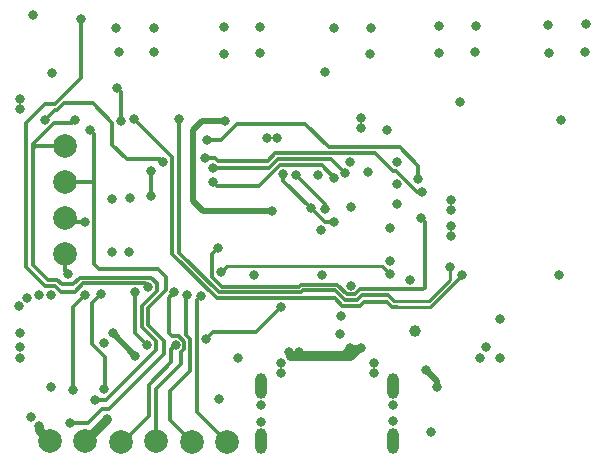
<source format=gbr>
%TF.GenerationSoftware,KiCad,Pcbnew,6.0.10-2.fc37*%
%TF.CreationDate,2023-04-26T13:00:43+02:00*%
%TF.ProjectId,motherboard,6d6f7468-6572-4626-9f61-72642e6b6963,rev?*%
%TF.SameCoordinates,Original*%
%TF.FileFunction,Copper,L4,Bot*%
%TF.FilePolarity,Positive*%
%FSLAX46Y46*%
G04 Gerber Fmt 4.6, Leading zero omitted, Abs format (unit mm)*
G04 Created by KiCad (PCBNEW 6.0.10-2.fc37) date 2023-04-26 13:00:43*
%MOMM*%
%LPD*%
G01*
G04 APERTURE LIST*
G04 Aperture macros list*
%AMRoundRect*
0 Rectangle with rounded corners*
0 $1 Rounding radius*
0 $2 $3 $4 $5 $6 $7 $8 $9 X,Y pos of 4 corners*
0 Add a 4 corners polygon primitive as box body*
4,1,4,$2,$3,$4,$5,$6,$7,$8,$9,$2,$3,0*
0 Add four circle primitives for the rounded corners*
1,1,$1+$1,$2,$3*
1,1,$1+$1,$4,$5*
1,1,$1+$1,$6,$7*
1,1,$1+$1,$8,$9*
0 Add four rect primitives between the rounded corners*
20,1,$1+$1,$2,$3,$4,$5,0*
20,1,$1+$1,$4,$5,$6,$7,0*
20,1,$1+$1,$6,$7,$8,$9,0*
20,1,$1+$1,$8,$9,$2,$3,0*%
G04 Aperture macros list end*
%TA.AperFunction,ComponentPad*%
%ADD10RoundRect,0.500000X0.000000X-0.600000X0.000000X-0.600000X0.000000X0.600000X0.000000X0.600000X0*%
%TD*%
%TA.AperFunction,SMDPad,CuDef*%
%ADD11C,2.000000*%
%TD*%
%TA.AperFunction,ViaPad*%
%ADD12C,0.800000*%
%TD*%
%TA.AperFunction,ViaPad*%
%ADD13C,1.000000*%
%TD*%
%TA.AperFunction,Conductor*%
%ADD14C,0.300000*%
%TD*%
%TA.AperFunction,Conductor*%
%ADD15C,0.750000*%
%TD*%
%TA.AperFunction,Conductor*%
%ADD16C,0.500000*%
%TD*%
%TA.AperFunction,Conductor*%
%ADD17C,0.250000*%
%TD*%
G04 APERTURE END LIST*
D10*
%TO.P,J1,S1,SHIELD*%
%TO.N,GND*%
X142740000Y-111360000D03*
X153900000Y-116040000D03*
X142740000Y-116030000D03*
X153900000Y-111360000D03*
%TD*%
D11*
%TO.P,TP1,1,1*%
%TO.N,+3V3*%
X127820000Y-116070000D03*
%TD*%
%TO.P,TP8,1,1*%
%TO.N,PROG_TX*%
X126150000Y-94110000D03*
%TD*%
%TO.P,TP10,1,1*%
%TO.N,RTS*%
X126130000Y-100240000D03*
%TD*%
%TO.P,TP9,1,1*%
%TO.N,DTR*%
X126130000Y-97140000D03*
%TD*%
%TO.P,TP5,1,1*%
%TO.N,IO32*%
X130840000Y-116090000D03*
%TD*%
%TO.P,TP3,1,1*%
%TO.N,IO26*%
X136850000Y-116110000D03*
%TD*%
%TO.P,TP7,1,1*%
%TO.N,PROG_RX*%
X126160000Y-91050000D03*
%TD*%
%TO.P,TP4,1,1*%
%TO.N,IO27*%
X139860000Y-116120000D03*
%TD*%
%TO.P,TP2,1,1*%
%TO.N,IO25*%
X133850000Y-116070000D03*
%TD*%
%TO.P,TP6,1,1*%
%TO.N,GND*%
X124820000Y-116070000D03*
%TD*%
D12*
%TO.N,GND*%
X144100000Y-90420000D03*
%TO.N,+3V3*%
X150223007Y-92420159D03*
X150350000Y-96200000D03*
%TO.N,GND*%
X131530000Y-100040000D03*
X144370000Y-109470000D03*
X130460000Y-81080000D03*
X142740000Y-114410000D03*
X161240000Y-109010000D03*
X153640000Y-98010000D03*
X157790000Y-80950000D03*
X133650000Y-81050000D03*
X152270000Y-109480000D03*
X122300000Y-87100000D03*
X142630000Y-81020000D03*
X148100000Y-84790000D03*
X168100000Y-88830000D03*
X144370000Y-110280000D03*
X139620000Y-83260000D03*
X122340000Y-109010000D03*
X158780000Y-98680000D03*
X122300000Y-87920000D03*
X157830000Y-83190000D03*
X152250000Y-110300000D03*
X153910000Y-113040000D03*
X154240000Y-92420000D03*
X170210000Y-80770000D03*
X122240000Y-104610000D03*
X131590000Y-95510000D03*
X161800000Y-108110000D03*
X158780000Y-97870000D03*
X167980000Y-102000000D03*
X162940000Y-109010000D03*
X123900000Y-114740000D03*
X167130000Y-83210000D03*
X159600000Y-87334500D03*
X130140000Y-100010000D03*
X160920000Y-80910000D03*
X123285000Y-114040000D03*
X155344951Y-102439549D03*
X151220000Y-88730000D03*
X148900000Y-81060000D03*
X150340000Y-102890500D03*
X157090000Y-115320000D03*
X149496401Y-105486476D03*
X153900000Y-114380000D03*
X151210000Y-89540000D03*
X147565087Y-93485500D03*
X154200000Y-95950000D03*
X143264500Y-90420000D03*
X123440000Y-80010000D03*
X130660000Y-83120000D03*
X142140000Y-102010000D03*
X147789500Y-98171422D03*
X122340000Y-108110000D03*
X140740000Y-109010000D03*
X122940000Y-103910000D03*
X139550000Y-81030000D03*
X142740000Y-113010000D03*
X152030000Y-81090000D03*
D13*
X155749528Y-106709500D03*
D12*
X167020000Y-80810000D03*
X139150000Y-112500000D03*
X154195023Y-94254977D03*
X130130000Y-95550000D03*
%TO.N,VBUS*%
X157641938Y-111501938D03*
X150258205Y-108158945D03*
X151200000Y-108200000D03*
X156695562Y-110045562D03*
X145910000Y-108520000D03*
X145070000Y-108510000D03*
%TO.N,CS*%
X138120000Y-90530000D03*
X156050000Y-93840000D03*
%TO.N,MOSI*%
X124420000Y-88840000D03*
X134410500Y-92460000D03*
X156390000Y-94940000D03*
X137976512Y-92109750D03*
%TO.N,+3V3*%
X160840000Y-83110000D03*
X149410000Y-107010000D03*
X129698019Y-114225404D03*
X124950000Y-103670000D03*
X151940000Y-83310000D03*
X142640000Y-83190000D03*
X153617938Y-100833340D03*
X123940000Y-103670000D03*
X151770000Y-93300000D03*
X158780000Y-96470000D03*
X158790000Y-95670000D03*
X162920000Y-105750000D03*
X129391496Y-107734500D03*
X147870000Y-101980000D03*
X122350000Y-106920000D03*
X170140000Y-83110000D03*
X124940000Y-111510000D03*
X125040000Y-84910000D03*
X133630000Y-83140000D03*
X153370000Y-89690000D03*
%TO.N,SCLK*%
X156230000Y-97140000D03*
X139059670Y-99729670D03*
%TO.N,MISO*%
X159740000Y-102010000D03*
X131960000Y-88800000D03*
%TO.N,SD_DETECT*%
X158740000Y-101310000D03*
X135810000Y-88780000D03*
%TO.N,DTR*%
X127850500Y-97500000D03*
X129160000Y-103630000D03*
X138060000Y-107370000D03*
X144380000Y-104729500D03*
X129427045Y-111619826D03*
%TO.N,GPIO0*%
X143690000Y-96610000D03*
X139645000Y-88915000D03*
%TO.N,RTS*%
X127800000Y-103670000D03*
X126354750Y-101890500D03*
X126800000Y-111700000D03*
%TO.N,EN*%
X132080000Y-108840000D03*
X130170000Y-106880000D03*
%TO.N,IO35*%
X139340000Y-101710000D03*
X153630000Y-101870000D03*
%TO.N,IO33*%
X133151470Y-102978530D03*
X127440000Y-80310000D03*
%TO.N,IO25*%
X135375273Y-103432451D03*
%TO.N,IO26*%
X136440000Y-103710000D03*
%TO.N,IO13*%
X130879303Y-88986783D03*
X133440000Y-95310000D03*
X130540000Y-86192998D03*
X133440000Y-93180500D03*
%TO.N,I2C1_SDA*%
X138620000Y-92940000D03*
X149823639Y-93336407D03*
%TO.N,PROG_TX*%
X126530477Y-114530477D03*
X128240000Y-89710000D03*
%TO.N,PROG_RX*%
X126940000Y-88880000D03*
X128680477Y-112600000D03*
%TO.N,I2C1_SCL*%
X138650500Y-94150000D03*
X148915000Y-93752796D03*
%TO.N,Onboard_SDA*%
X144613323Y-93440327D03*
X146931102Y-96318898D03*
X148860000Y-97490500D03*
%TO.N,Onboard_SCL*%
X148130000Y-96420000D03*
X145650000Y-93485500D03*
%TO.N,IO27*%
X137670380Y-103747440D03*
%TO.N,IO32*%
X132050000Y-103460000D03*
X133040000Y-107880000D03*
X135480000Y-107940000D03*
%TD*%
D14*
%TO.N,PROG_TX*%
X126150000Y-94110000D02*
X128550000Y-94110000D01*
X128550000Y-94110000D02*
X128570000Y-94130000D01*
%TO.N,PROG_RX*%
X123400000Y-91300000D02*
X123400000Y-101120000D01*
X123650000Y-91050000D02*
X126160000Y-91050000D01*
X123400000Y-90920661D02*
X123400000Y-91300000D01*
X123400000Y-91300000D02*
X123650000Y-91050000D01*
X127360500Y-102209500D02*
X133443101Y-102209500D01*
X133901470Y-103318530D02*
X132620000Y-104600000D01*
X133830000Y-107609339D02*
X133830000Y-108325656D01*
X125837767Y-102790000D02*
X126780000Y-102790000D01*
X125220661Y-89100000D02*
X123400000Y-90920661D01*
X133901470Y-102667869D02*
X133901470Y-103318530D01*
X125467767Y-102420000D02*
X125837767Y-102790000D01*
X124700000Y-102420000D02*
X125467767Y-102420000D01*
X133443101Y-102209500D02*
X133901470Y-102667869D01*
X123400000Y-101120000D02*
X124700000Y-102420000D01*
X126940000Y-88880000D02*
X126720000Y-89100000D01*
X126720000Y-89100000D02*
X125220661Y-89100000D01*
X126780000Y-102790000D02*
X127360500Y-102209500D01*
X132620000Y-104600000D02*
X132620000Y-106399339D01*
X132620000Y-106399339D02*
X133830000Y-107609339D01*
X133830000Y-108325656D02*
X129555656Y-112600000D01*
X129555656Y-112600000D02*
X128680477Y-112600000D01*
%TO.N,IO33*%
X133151470Y-102978530D02*
X132882440Y-102709500D01*
X124420000Y-102920000D02*
X122800000Y-101300000D01*
X132882440Y-102709500D02*
X127680500Y-102709500D01*
X127680500Y-102709500D02*
X126980000Y-103410000D01*
X126980000Y-103410000D02*
X125750661Y-103410000D01*
X125750661Y-103410000D02*
X125260661Y-102920000D01*
X125260661Y-102920000D02*
X124420000Y-102920000D01*
X122800000Y-101300000D02*
X122800000Y-89150000D01*
X125240000Y-87510000D02*
X127440000Y-85310000D01*
X122800000Y-89150000D02*
X124440000Y-87510000D01*
X124440000Y-87510000D02*
X125240000Y-87510000D01*
X127440000Y-85310000D02*
X127440000Y-80310000D01*
%TO.N,RTS*%
X127800000Y-103670000D02*
X126800000Y-104670000D01*
X126800000Y-104670000D02*
X126800000Y-111700000D01*
%TO.N,DTR*%
X129160000Y-103630000D02*
X128400000Y-104390000D01*
X128400000Y-104390000D02*
X128400000Y-107803665D01*
X128400000Y-107803665D02*
X129500000Y-108903665D01*
X129500000Y-108903665D02*
X129500000Y-111546871D01*
X129500000Y-111546871D02*
X129427045Y-111619826D01*
%TO.N,MOSI*%
X124420000Y-88840000D02*
X125250000Y-88010000D01*
X125250000Y-88010000D02*
X125447106Y-88010000D01*
X125447106Y-88010000D02*
X125997106Y-87460000D01*
X125997106Y-87460000D02*
X128490000Y-87460000D01*
X131340000Y-92210000D02*
X134160500Y-92210000D01*
X134160500Y-92210000D02*
X134410500Y-92460000D01*
X128490000Y-87460000D02*
X130140000Y-89110000D01*
X130140000Y-89110000D02*
X130140000Y-91010000D01*
X130140000Y-91010000D02*
X131340000Y-92210000D01*
%TO.N,CS*%
X156050000Y-93840000D02*
X156050000Y-92730000D01*
X156050000Y-92730000D02*
X154470000Y-91150000D01*
X154470000Y-91150000D02*
X148440000Y-91150000D01*
X148440000Y-91150000D02*
X146460000Y-89170000D01*
X140670000Y-89170000D02*
X139310000Y-90530000D01*
X139310000Y-90530000D02*
X138120000Y-90530000D01*
X146460000Y-89170000D02*
X140670000Y-89170000D01*
D15*
%TO.N,GND*%
X123900000Y-114740000D02*
X123900000Y-115150000D01*
X123900000Y-115150000D02*
X124820000Y-116070000D01*
D16*
%TO.N,VBUS*%
X145162082Y-109060000D02*
X145070000Y-108967918D01*
X146687788Y-108672212D02*
X145232212Y-108672212D01*
X150172212Y-108672212D02*
X150360000Y-108860000D01*
X150360000Y-109040000D02*
X146430000Y-109040000D01*
X150360000Y-108860000D02*
X150360000Y-108260740D01*
X149847788Y-108672212D02*
X150172212Y-108672212D01*
X150360000Y-108260740D02*
X150258205Y-108158945D01*
X145232212Y-108672212D02*
X145070000Y-108510000D01*
X146062212Y-108672212D02*
X145910000Y-108520000D01*
X146410000Y-109060000D02*
X145162082Y-109060000D01*
X149847788Y-108672212D02*
X149847788Y-108569362D01*
X157641938Y-110991938D02*
X156695562Y-110045562D01*
X149847788Y-108569362D02*
X150258205Y-108158945D01*
X145070000Y-108967918D02*
X145070000Y-108510000D01*
X150258205Y-108158945D02*
X151158945Y-108158945D01*
X150360000Y-109040000D02*
X150360000Y-108860000D01*
X146687788Y-108672212D02*
X146062212Y-108672212D01*
X146430000Y-109040000D02*
X145910000Y-108520000D01*
X157641938Y-111501938D02*
X157641938Y-110991938D01*
X146687788Y-108672212D02*
X149847788Y-108672212D01*
X150360000Y-109040000D02*
X151200000Y-108200000D01*
X151158945Y-108158945D02*
X151200000Y-108200000D01*
X146430000Y-109040000D02*
X146410000Y-109060000D01*
D14*
%TO.N,MOSI*%
X154170000Y-93170000D02*
X155940000Y-94940000D01*
X153929339Y-93170000D02*
X154170000Y-93170000D01*
X152409339Y-91650000D02*
X153929339Y-93170000D01*
X138850411Y-92109750D02*
X139050661Y-92310000D01*
X137976512Y-92109750D02*
X138850411Y-92109750D01*
X143268777Y-92310000D02*
X143928777Y-91650000D01*
X139050661Y-92310000D02*
X143268777Y-92310000D01*
X155940000Y-94940000D02*
X156390000Y-94940000D01*
X143928777Y-91650000D02*
X152409339Y-91650000D01*
D15*
%TO.N,+3V3*%
X129698019Y-114225404D02*
X129664596Y-114225404D01*
X129664596Y-114225404D02*
X127820000Y-116070000D01*
D14*
%TO.N,SCLK*%
X138590000Y-102160000D02*
X139400000Y-102970000D01*
X145899339Y-102970000D02*
X146069339Y-102800000D01*
X156590000Y-103060000D02*
X156590000Y-97500000D01*
X154800000Y-103200000D02*
X154801161Y-103201161D01*
X138590000Y-100199339D02*
X138590000Y-102160000D01*
X151090000Y-103201161D02*
X153701161Y-103201161D01*
X139400000Y-102970000D02*
X145899339Y-102970000D01*
X154801161Y-103201161D02*
X156448839Y-103201161D01*
X156590000Y-97500000D02*
X156230000Y-97140000D01*
X149188839Y-102800000D02*
X150029339Y-103640500D01*
X153702322Y-103200000D02*
X154800000Y-103200000D01*
X150029339Y-103640500D02*
X150650661Y-103640500D01*
X156448839Y-103201161D02*
X156590000Y-103060000D01*
X150650661Y-103640500D02*
X151090000Y-103201161D01*
X139059670Y-99729670D02*
X138590000Y-100199339D01*
X146069339Y-102800000D02*
X149188839Y-102800000D01*
X153701161Y-103201161D02*
X153702322Y-103200000D01*
%TO.N,MISO*%
X153385788Y-104300000D02*
X151405373Y-104300000D01*
X135160500Y-92000500D02*
X131960000Y-88800000D01*
X138962894Y-103980000D02*
X135160500Y-100177606D01*
X149615127Y-104640500D02*
X148954627Y-103980000D01*
X148954627Y-103980000D02*
X138962894Y-103980000D01*
X151405373Y-104300000D02*
X151064873Y-104640500D01*
X154210000Y-104710000D02*
X153795788Y-104710000D01*
X151064873Y-104640500D02*
X149615127Y-104640500D01*
X153795788Y-104710000D02*
X153385788Y-104300000D01*
D17*
X159740000Y-102010000D02*
X157040000Y-104710000D01*
X157040000Y-104710000D02*
X154210000Y-104710000D01*
D14*
X135160500Y-100177606D02*
X135160500Y-92000500D01*
%TO.N,SD_DETECT*%
X139160000Y-103470000D02*
X135800000Y-100110000D01*
X153494055Y-103701161D02*
X151297106Y-103701161D01*
X135800000Y-88790000D02*
X135810000Y-88780000D01*
D17*
X158740000Y-101310000D02*
X158740000Y-102373604D01*
D14*
X149822233Y-104140500D02*
X148981733Y-103300000D01*
X146276446Y-103300000D02*
X146106446Y-103470000D01*
X135800000Y-100110000D02*
X135800000Y-88790000D01*
X154002894Y-104210000D02*
X153494055Y-103701161D01*
D17*
X156903604Y-104210000D02*
X154002894Y-104210000D01*
D14*
X146106446Y-103470000D02*
X139160000Y-103470000D01*
X148981733Y-103300000D02*
X146276446Y-103300000D01*
X151297106Y-103701161D02*
X150857767Y-104140500D01*
X150857767Y-104140500D02*
X149822233Y-104140500D01*
D17*
X158740000Y-102373604D02*
X156903604Y-104210000D01*
D14*
%TO.N,DTR*%
X126800000Y-97500000D02*
X126300000Y-97000000D01*
X127850500Y-97500000D02*
X126800000Y-97500000D01*
X138650000Y-106780000D02*
X142329500Y-106780000D01*
X138060000Y-107370000D02*
X138650000Y-106780000D01*
X142329500Y-106780000D02*
X144380000Y-104729500D01*
D16*
%TO.N,GPIO0*%
X137830000Y-96610000D02*
X143690000Y-96610000D01*
X136940000Y-95720000D02*
X137830000Y-96610000D01*
X137755000Y-88915000D02*
X136940000Y-89730000D01*
X139645000Y-88915000D02*
X137755000Y-88915000D01*
X136940000Y-89730000D02*
X136940000Y-95720000D01*
D14*
%TO.N,RTS*%
X126354750Y-101890500D02*
X126130000Y-101665750D01*
X126130000Y-101665750D02*
X126130000Y-100140000D01*
D16*
%TO.N,EN*%
X132080000Y-108840000D02*
X130170000Y-106930000D01*
X130170000Y-106930000D02*
X130170000Y-106880000D01*
D17*
%TO.N,IO35*%
X152970000Y-101210000D02*
X139840000Y-101210000D01*
X139840000Y-101210000D02*
X139340000Y-101710000D01*
X153630000Y-101870000D02*
X152970000Y-101210000D01*
D14*
%TO.N,IO25*%
X135790661Y-107190000D02*
X136230000Y-107629339D01*
X134900000Y-106920661D02*
X135169339Y-107190000D01*
X134900000Y-103907724D02*
X134900000Y-106920661D01*
X135960000Y-109520000D02*
X133850000Y-111630000D01*
X135169339Y-107190000D02*
X135790661Y-107190000D01*
X133850000Y-111630000D02*
X133850000Y-116070000D01*
X135960000Y-108520661D02*
X135960000Y-109520000D01*
X136230000Y-108250661D02*
X135960000Y-108520661D01*
X135375273Y-103432451D02*
X134900000Y-103907724D01*
X136230000Y-107629339D02*
X136230000Y-108250661D01*
%TO.N,IO26*%
X134978553Y-114238553D02*
X136850000Y-116110000D01*
X136350000Y-107042233D02*
X136730000Y-107422233D01*
X136730000Y-107422233D02*
X136730000Y-110100000D01*
X136730000Y-110100000D02*
X134978553Y-111851447D01*
X136350000Y-103800000D02*
X136350000Y-107042233D01*
X136440000Y-103710000D02*
X136350000Y-103800000D01*
X134978553Y-111851447D02*
X134978553Y-114238553D01*
%TO.N,IO13*%
X133440000Y-95310000D02*
X133440000Y-93180500D01*
X130879303Y-88986783D02*
X130879303Y-86532301D01*
X130879303Y-86532301D02*
X130540000Y-86192998D01*
%TO.N,I2C1_SDA*%
X143385883Y-92900000D02*
X144135883Y-92150000D01*
X144135883Y-92150000D02*
X148637232Y-92150000D01*
X138660000Y-92900000D02*
X143385883Y-92900000D01*
X138620000Y-92940000D02*
X138660000Y-92900000D01*
X148637232Y-92150000D02*
X149823639Y-93336407D01*
%TO.N,PROG_TX*%
X134480000Y-108690000D02*
X134480000Y-107552233D01*
X126530477Y-114530477D02*
X128029523Y-114530477D01*
X133120000Y-106192233D02*
X133120000Y-104807106D01*
X134480000Y-107552233D02*
X133120000Y-106192233D01*
X128600000Y-101070000D02*
X128600000Y-94500000D01*
X128029523Y-114530477D02*
X129230000Y-113330000D01*
X128600000Y-90070000D02*
X128240000Y-89710000D01*
X129840000Y-113330000D02*
X134480000Y-108690000D01*
X134000000Y-101500000D02*
X129030000Y-101500000D01*
X133120000Y-104807106D02*
X134640000Y-103287106D01*
X134640000Y-103287106D02*
X134640000Y-102140000D01*
X129230000Y-113330000D02*
X129840000Y-113330000D01*
X128600000Y-94500000D02*
X128600000Y-90070000D01*
X129030000Y-101500000D02*
X128600000Y-101070000D01*
X134640000Y-102140000D02*
X134000000Y-101500000D01*
%TO.N,I2C1_SCL*%
X138650500Y-94150000D02*
X138960500Y-94460000D01*
X138960500Y-94460000D02*
X142532989Y-94460000D01*
X144302662Y-92690327D02*
X147852531Y-92690327D01*
X142532989Y-94460000D02*
X144302662Y-92690327D01*
X147852531Y-92690327D02*
X148915000Y-93752796D01*
%TO.N,Onboard_SDA*%
X144613323Y-93440327D02*
X144613323Y-94001119D01*
X148102704Y-97490500D02*
X148860000Y-97490500D01*
X144613323Y-94001119D02*
X146931102Y-96318898D01*
X146931102Y-96318898D02*
X148102704Y-97490500D01*
%TO.N,Onboard_SCL*%
X148130000Y-96420000D02*
X148130000Y-95965500D01*
X148130000Y-95965500D02*
X145650000Y-93485500D01*
%TO.N,IO27*%
X137670380Y-103747440D02*
X137310000Y-104107820D01*
X137310000Y-113570000D02*
X139860000Y-116120000D01*
X137310000Y-104107820D02*
X137310000Y-113570000D01*
%TO.N,IO32*%
X133220000Y-111310000D02*
X133220000Y-113960000D01*
X135140000Y-109390000D02*
X133220000Y-111310000D01*
X135480000Y-107940000D02*
X135140000Y-108280000D01*
X135140000Y-108280000D02*
X135140000Y-109390000D01*
X132050000Y-103460000D02*
X132050000Y-106890000D01*
X133220000Y-113960000D02*
X130850000Y-116330000D01*
X132050000Y-106890000D02*
X133040000Y-107880000D01*
%TD*%
M02*

</source>
